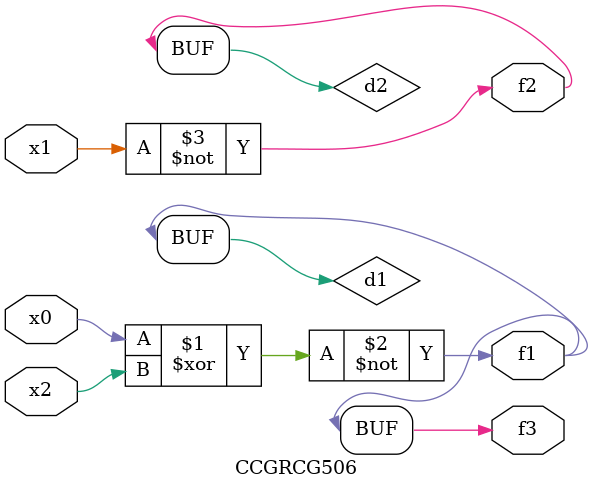
<source format=v>
module CCGRCG506(
	input x0, x1, x2,
	output f1, f2, f3
);

	wire d1, d2, d3;

	xnor (d1, x0, x2);
	nand (d2, x1);
	nor (d3, x1, x2);
	assign f1 = d1;
	assign f2 = d2;
	assign f3 = d1;
endmodule

</source>
